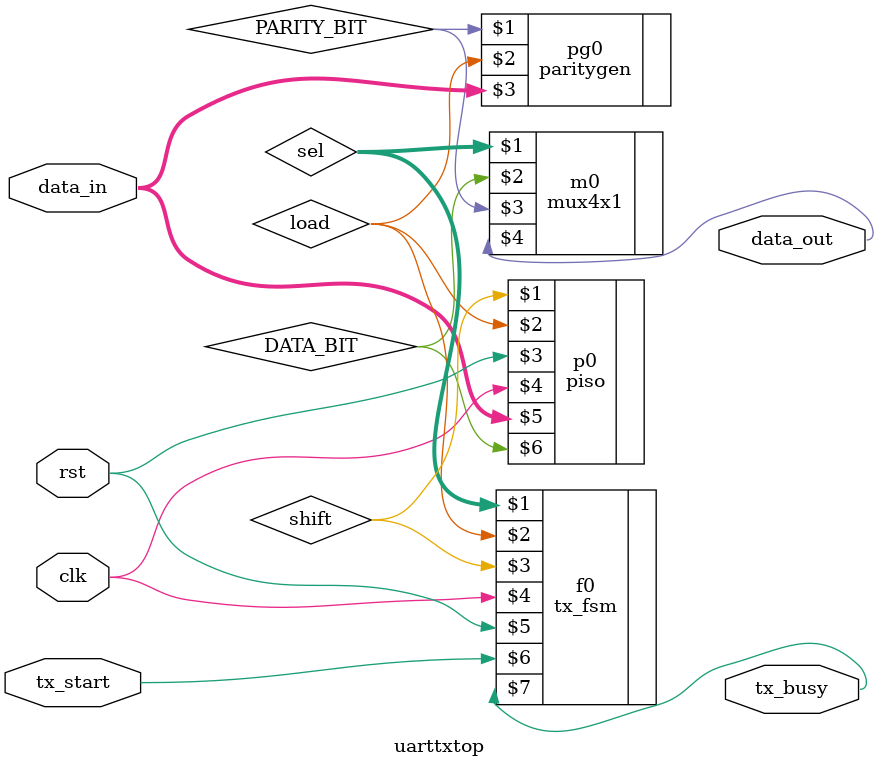
<source format=v>
`timescale 1ns / 1ps


module uarttxtop(data_out,clk,rst,tx_start,data_in,tx_busy);
    output data_out,tx_busy;
    input tx_start,clk,rst;
    input [7:0]data_in;
    
    wire shift,load,DATA_BIT,PARITY_BIT;
    wire [1:0]sel;
    
    tx_fsm f0(sel,load,shift,clk,rst,tx_start,tx_busy);
    piso p0(shift,load,rst,clk,data_in,DATA_BIT);
    paritygen pg0(PARITY_BIT,load,data_in);
    mux4x1 m0(sel,DATA_BIT,PARITY_BIT,data_out);
endmodule

</source>
